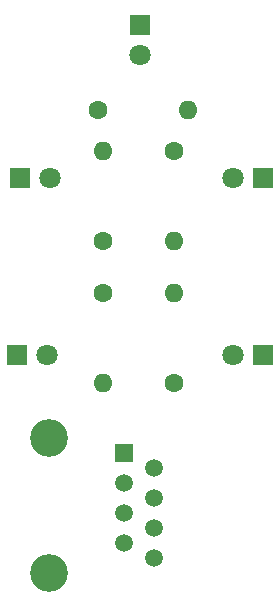
<source format=gbr>
%TF.GenerationSoftware,KiCad,Pcbnew,7.0.9*%
%TF.CreationDate,2023-12-13T17:14:35-05:00*%
%TF.ProjectId,Light Pcb,4c696768-7420-4506-9362-2e6b69636164,rev?*%
%TF.SameCoordinates,Original*%
%TF.FileFunction,Soldermask,Bot*%
%TF.FilePolarity,Negative*%
%FSLAX46Y46*%
G04 Gerber Fmt 4.6, Leading zero omitted, Abs format (unit mm)*
G04 Created by KiCad (PCBNEW 7.0.9) date 2023-12-13 17:14:35*
%MOMM*%
%LPD*%
G01*
G04 APERTURE LIST*
%ADD10C,1.600000*%
%ADD11O,1.600000X1.600000*%
%ADD12C,1.500000*%
%ADD13R,1.500000X1.500000*%
%ADD14C,3.200000*%
%ADD15R,1.800000X1.800000*%
%ADD16C,1.800000*%
G04 APERTURE END LIST*
D10*
%TO.C,R5*%
X98500000Y-67810000D03*
D11*
X98500000Y-60190000D03*
%TD*%
D10*
%TO.C,R4*%
X98500000Y-72190000D03*
D11*
X98500000Y-79810000D03*
%TD*%
D10*
%TO.C,R3*%
X104500000Y-79810000D03*
D11*
X104500000Y-72190000D03*
%TD*%
D10*
%TO.C,R2*%
X104500000Y-60190000D03*
D11*
X104500000Y-67810000D03*
%TD*%
D10*
%TO.C,R1*%
X98020000Y-56730000D03*
D11*
X105640000Y-56730000D03*
%TD*%
D12*
%TO.C,J1*%
X102790000Y-94637500D03*
X100250000Y-93367500D03*
X102790000Y-92097500D03*
X100250000Y-90827500D03*
X102790000Y-89557500D03*
X100250000Y-88287500D03*
X102790000Y-87017500D03*
D13*
X100250000Y-85747500D03*
D14*
X93900000Y-84477500D03*
X93900000Y-95907500D03*
%TD*%
D15*
%TO.C,D1*%
X101600000Y-49530000D03*
D16*
X101600000Y-52070000D03*
%TD*%
D15*
%TO.C,D2*%
X112000000Y-62500000D03*
D16*
X109460000Y-62500000D03*
%TD*%
D15*
%TO.C,D5*%
X91460000Y-62500000D03*
D16*
X94000000Y-62500000D03*
%TD*%
D15*
%TO.C,D4*%
X91225000Y-77500000D03*
D16*
X93765000Y-77500000D03*
%TD*%
D15*
%TO.C,D3*%
X112000000Y-77500000D03*
D16*
X109460000Y-77500000D03*
%TD*%
M02*

</source>
